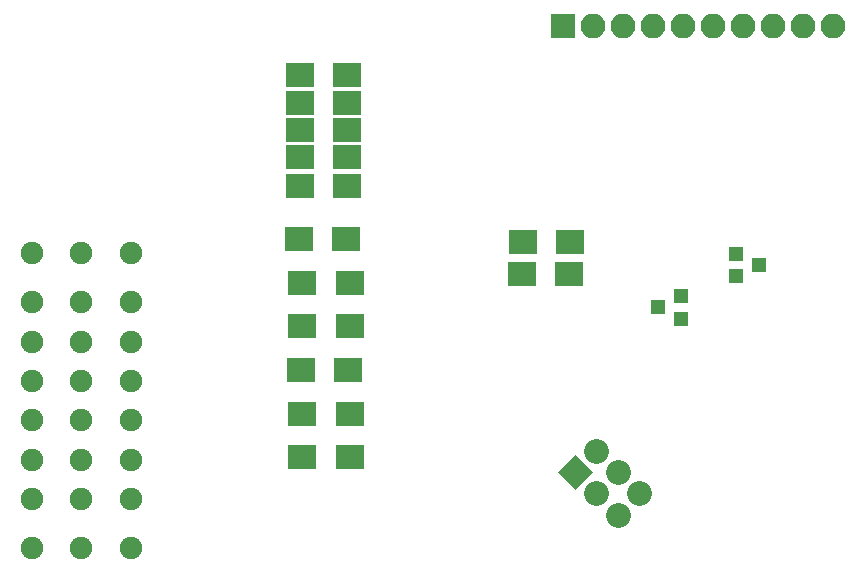
<source format=gbr>
G04 #@! TF.FileFunction,Soldermask,Bot*
%FSLAX46Y46*%
G04 Gerber Fmt 4.6, Leading zero omitted, Abs format (unit mm)*
G04 Created by KiCad (PCBNEW 4.0.7) date 06/18/18 23:10:01*
%MOMM*%
%LPD*%
G01*
G04 APERTURE LIST*
%ADD10C,0.100000*%
%ADD11C,2.100000*%
%ADD12R,2.100000X2.100000*%
%ADD13O,2.100000X2.100000*%
%ADD14C,1.900000*%
%ADD15R,1.300000X1.200000*%
%ADD16R,2.400000X2.100000*%
G04 APERTURE END LIST*
D10*
G36*
X66500000Y-61234924D02*
X65015076Y-59750000D01*
X66500000Y-58265076D01*
X67984924Y-59750000D01*
X66500000Y-61234924D01*
X66500000Y-61234924D01*
G37*
D11*
X68296051Y-57953949D02*
X68296051Y-57953949D01*
X68296051Y-61546051D02*
X68296051Y-61546051D01*
X70092102Y-59750000D02*
X70092102Y-59750000D01*
X70092102Y-63342102D02*
X70092102Y-63342102D01*
X71888154Y-61546051D02*
X71888154Y-61546051D01*
D12*
X65500000Y-22000000D03*
D13*
X68040000Y-22000000D03*
X70580000Y-22000000D03*
X73120000Y-22000000D03*
X75660000Y-22000000D03*
X78200000Y-22000000D03*
X80740000Y-22000000D03*
X83280000Y-22000000D03*
X85820000Y-22000000D03*
X88360000Y-22000000D03*
D14*
X20500000Y-66180000D03*
X20500000Y-62030000D03*
X20500000Y-58700000D03*
X20500000Y-55370000D03*
X20500000Y-52040000D03*
X20500000Y-48710000D03*
X20500000Y-45380000D03*
X24700000Y-62030000D03*
X24700000Y-58700000D03*
X24700000Y-55370000D03*
X24700000Y-52040000D03*
X24700000Y-48710000D03*
X24700000Y-45380000D03*
X28900000Y-62030000D03*
X28900000Y-58700000D03*
X28900000Y-55370000D03*
X28900000Y-52040000D03*
X28900000Y-48710000D03*
X28900000Y-45380000D03*
X20500000Y-41230000D03*
X24700000Y-66180000D03*
X24700000Y-41230000D03*
X28900000Y-66180000D03*
X28900000Y-41230000D03*
D15*
X80100000Y-43150000D03*
X80100000Y-41250000D03*
X82100000Y-42200000D03*
X75500000Y-44850000D03*
X75500000Y-46750000D03*
X73500000Y-45800000D03*
D16*
X43400000Y-58500000D03*
X47400000Y-58500000D03*
X43400000Y-47400000D03*
X47400000Y-47400000D03*
X43400000Y-54800000D03*
X47400000Y-54800000D03*
X43400000Y-43700000D03*
X47400000Y-43700000D03*
X43300000Y-51100000D03*
X47300000Y-51100000D03*
X43125000Y-39975000D03*
X47125000Y-39975000D03*
X66100000Y-40300000D03*
X62100000Y-40300000D03*
X66000000Y-43000000D03*
X62000000Y-43000000D03*
X43200000Y-35500000D03*
X47200000Y-35500000D03*
X43200000Y-33100000D03*
X47200000Y-33100000D03*
X43200000Y-30800000D03*
X47200000Y-30800000D03*
X43200000Y-28500000D03*
X47200000Y-28500000D03*
X43200000Y-26100000D03*
X47200000Y-26100000D03*
M02*

</source>
